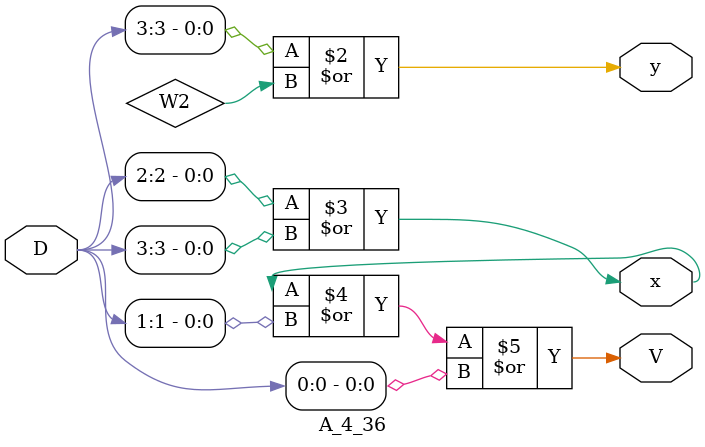
<source format=v>
module A_4_36(D,x,y,V);

output x,y,V;
input [0:3] D;
wire w1,w2;

not G1(w1,D[2]);
and G2(w2, w1, D[1]);

or
	G3(y, D[3], W2),
	G4(x, D[2], D[3]),
	G5(V, x, D[1], D[0]);

endmodule
</source>
